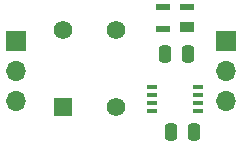
<source format=gbr>
%TF.GenerationSoftware,KiCad,Pcbnew,7.0.5*%
%TF.CreationDate,2024-01-10T20:03:32+02:00*%
%TF.ProjectId,Clock Push Button,436c6f63-6b20-4507-9573-682042757474,rev?*%
%TF.SameCoordinates,Original*%
%TF.FileFunction,Soldermask,Top*%
%TF.FilePolarity,Negative*%
%FSLAX46Y46*%
G04 Gerber Fmt 4.6, Leading zero omitted, Abs format (unit mm)*
G04 Created by KiCad (PCBNEW 7.0.5) date 2024-01-10 20:03:32*
%MOMM*%
%LPD*%
G01*
G04 APERTURE LIST*
G04 Aperture macros list*
%AMRoundRect*
0 Rectangle with rounded corners*
0 $1 Rounding radius*
0 $2 $3 $4 $5 $6 $7 $8 $9 X,Y pos of 4 corners*
0 Add a 4 corners polygon primitive as box body*
4,1,4,$2,$3,$4,$5,$6,$7,$8,$9,$2,$3,0*
0 Add four circle primitives for the rounded corners*
1,1,$1+$1,$2,$3*
1,1,$1+$1,$4,$5*
1,1,$1+$1,$6,$7*
1,1,$1+$1,$8,$9*
0 Add four rect primitives between the rounded corners*
20,1,$1+$1,$2,$3,$4,$5,0*
20,1,$1+$1,$4,$5,$6,$7,0*
20,1,$1+$1,$6,$7,$8,$9,0*
20,1,$1+$1,$8,$9,$2,$3,0*%
G04 Aperture macros list end*
%ADD10R,1.575000X1.575000*%
%ADD11C,1.575000*%
%ADD12R,0.950000X0.450000*%
%ADD13R,1.310000X0.940000*%
%ADD14R,1.310000X0.550000*%
%ADD15RoundRect,0.250000X-0.250000X-0.475000X0.250000X-0.475000X0.250000X0.475000X-0.250000X0.475000X0*%
%ADD16R,1.700000X1.700000*%
%ADD17O,1.700000X1.700000*%
G04 APERTURE END LIST*
D10*
%TO.C,S2*%
X118298400Y-58977600D03*
D11*
X118298400Y-52477600D03*
X122798400Y-58977600D03*
X122798400Y-52477600D03*
%TD*%
D12*
%TO.C,IC3*%
X129760765Y-59268000D03*
X129760765Y-58618000D03*
X129760765Y-57968000D03*
X129760765Y-57318000D03*
X125810765Y-57318000D03*
X125810765Y-57968000D03*
X125810765Y-58618000D03*
X125810765Y-59268000D03*
%TD*%
D13*
%TO.C,IC2*%
X128767500Y-52200000D03*
D14*
X128767500Y-50475000D03*
X126767500Y-50475000D03*
X126767500Y-52395000D03*
%TD*%
D15*
%TO.C,C2*%
X126953365Y-54483000D03*
X128853365Y-54483000D03*
%TD*%
%TO.C,C1*%
X127463000Y-61087000D03*
X129363000Y-61087000D03*
%TD*%
D16*
%TO.C,J1*%
X114300000Y-53340000D03*
D17*
X114300000Y-55880000D03*
X114300000Y-58420000D03*
%TD*%
D16*
%TO.C,J2*%
X132080000Y-53340000D03*
D17*
X132080000Y-55880000D03*
X132080000Y-58420000D03*
%TD*%
M02*

</source>
